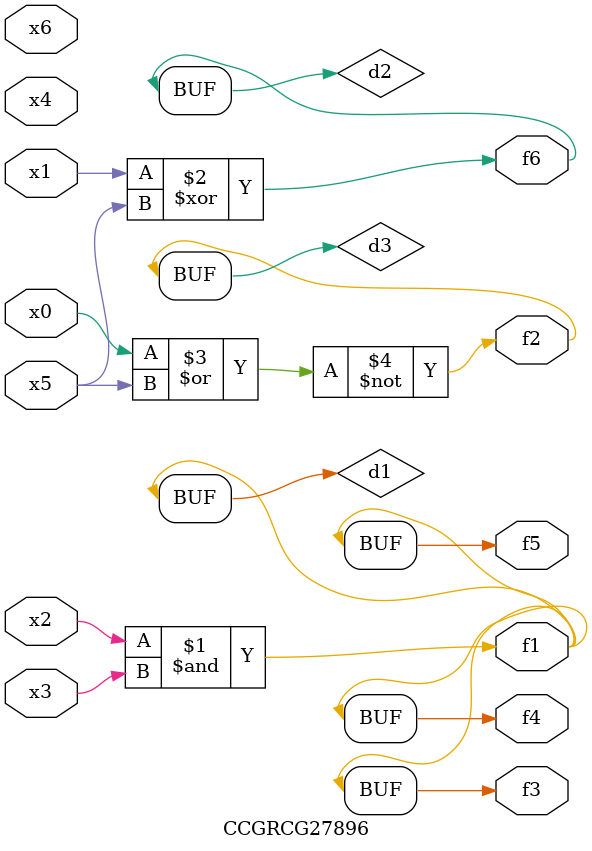
<source format=v>
module CCGRCG27896(
	input x0, x1, x2, x3, x4, x5, x6,
	output f1, f2, f3, f4, f5, f6
);

	wire d1, d2, d3;

	and (d1, x2, x3);
	xor (d2, x1, x5);
	nor (d3, x0, x5);
	assign f1 = d1;
	assign f2 = d3;
	assign f3 = d1;
	assign f4 = d1;
	assign f5 = d1;
	assign f6 = d2;
endmodule

</source>
